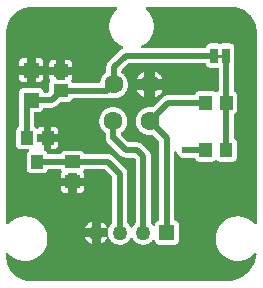
<source format=gtl>
G04 Layer: TopLayer*
G04 EasyEDA v6.1.49, Tue, 04 Jun 2019 06:49:07 GMT*
G04 9f8e81427d8b462fa1083d36fee6df15,195b170a8e6c43a181dcefc3e1346bee,10*
G04 Gerber Generator version 0.2*
G04 Scale: 100 percent, Rotated: No, Reflected: No *
G04 Dimensions in millimeters *
G04 leading zeros omitted , absolute positions ,3 integer and 3 decimal *
%FSLAX33Y33*%
%MOMM*%
G90*
G71D02*

%ADD10C,0.254000*%
%ADD11C,0.509999*%
%ADD12C,0.508000*%
%ADD13C,0.619760*%
%ADD17R,1.016000X1.143000*%
%ADD18R,0.635000X1.270000*%
%ADD19C,1.600200*%
%ADD20C,1.270000*%

%LPD*%
G36*
G01X9707Y23604D02*
G01X2502Y23604D01*
G01X2437Y23603D01*
G01X2371Y23600D01*
G01X2306Y23595D01*
G01X2241Y23587D01*
G01X2176Y23578D01*
G01X2111Y23567D01*
G01X2047Y23554D01*
G01X1983Y23539D01*
G01X1920Y23521D01*
G01X1857Y23502D01*
G01X1795Y23481D01*
G01X1733Y23458D01*
G01X1673Y23433D01*
G01X1613Y23407D01*
G01X1554Y23378D01*
G01X1496Y23347D01*
G01X1439Y23315D01*
G01X1383Y23281D01*
G01X1328Y23245D01*
G01X1274Y23208D01*
G01X1221Y23169D01*
G01X1170Y23128D01*
G01X1120Y23086D01*
G01X1071Y23042D01*
G01X1024Y22997D01*
G01X978Y22950D01*
G01X933Y22902D01*
G01X890Y22852D01*
G01X849Y22801D01*
G01X809Y22749D01*
G01X771Y22696D01*
G01X735Y22641D01*
G01X700Y22585D01*
G01X667Y22529D01*
G01X636Y22471D01*
G01X607Y22412D01*
G01X579Y22353D01*
G01X553Y22293D01*
G01X530Y22231D01*
G01X508Y22170D01*
G01X488Y22107D01*
G01X470Y22044D01*
G01X454Y21980D01*
G01X440Y21916D01*
G01X428Y21852D01*
G01X418Y21787D01*
G01X410Y21722D01*
G01X404Y21657D01*
G01X400Y21591D01*
G01X398Y21526D01*
G01X398Y21524D01*
G01X399Y21519D01*
G01X399Y21500D01*
G01X398Y5296D01*
G01X399Y5282D01*
G01X403Y5268D01*
G01X408Y5254D01*
G01X415Y5241D01*
G01X423Y5230D01*
G01X433Y5219D01*
G01X445Y5211D01*
G01X458Y5204D01*
G01X471Y5199D01*
G01X486Y5196D01*
G01X500Y5195D01*
G01X514Y5196D01*
G01X529Y5199D01*
G01X542Y5204D01*
G01X555Y5211D01*
G01X567Y5220D01*
G01X577Y5230D01*
G01X618Y5276D01*
G01X661Y5321D01*
G01X706Y5365D01*
G01X752Y5407D01*
G01X799Y5448D01*
G01X847Y5487D01*
G01X897Y5524D01*
G01X948Y5560D01*
G01X1000Y5594D01*
G01X1053Y5626D01*
G01X1108Y5657D01*
G01X1163Y5685D01*
G01X1219Y5712D01*
G01X1276Y5737D01*
G01X1334Y5760D01*
G01X1392Y5782D01*
G01X1452Y5801D01*
G01X1511Y5818D01*
G01X1572Y5833D01*
G01X1632Y5847D01*
G01X1694Y5858D01*
G01X1755Y5867D01*
G01X1817Y5874D01*
G01X1879Y5879D01*
G01X1941Y5883D01*
G01X2004Y5884D01*
G01X2066Y5882D01*
G01X2129Y5879D01*
G01X2192Y5874D01*
G01X2255Y5867D01*
G01X2317Y5857D01*
G01X2379Y5846D01*
G01X2440Y5832D01*
G01X2501Y5817D01*
G01X2562Y5799D01*
G01X2621Y5779D01*
G01X2681Y5758D01*
G01X2739Y5734D01*
G01X2796Y5709D01*
G01X2853Y5681D01*
G01X2909Y5652D01*
G01X2963Y5621D01*
G01X3017Y5588D01*
G01X3070Y5553D01*
G01X3121Y5516D01*
G01X3171Y5478D01*
G01X3220Y5438D01*
G01X3267Y5397D01*
G01X3313Y5354D01*
G01X3357Y5309D01*
G01X3400Y5263D01*
G01X3442Y5216D01*
G01X3482Y5167D01*
G01X3520Y5117D01*
G01X3556Y5066D01*
G01X3591Y5013D01*
G01X3624Y4960D01*
G01X3655Y4905D01*
G01X3685Y4849D01*
G01X3712Y4793D01*
G01X3738Y4735D01*
G01X3761Y4677D01*
G01X3783Y4618D01*
G01X3803Y4558D01*
G01X3820Y4498D01*
G01X3836Y4437D01*
G01X3849Y4375D01*
G01X3861Y4313D01*
G01X3870Y4251D01*
G01X3878Y4189D01*
G01X3883Y4126D01*
G01X3886Y4063D01*
G01X3887Y4000D01*
G01X3886Y3937D01*
G01X3883Y3874D01*
G01X3878Y3811D01*
G01X3870Y3749D01*
G01X3861Y3687D01*
G01X3849Y3625D01*
G01X3836Y3563D01*
G01X3820Y3502D01*
G01X3803Y3442D01*
G01X3783Y3382D01*
G01X3761Y3323D01*
G01X3738Y3265D01*
G01X3712Y3207D01*
G01X3685Y3151D01*
G01X3655Y3095D01*
G01X3624Y3040D01*
G01X3591Y2987D01*
G01X3556Y2934D01*
G01X3520Y2883D01*
G01X3482Y2833D01*
G01X3442Y2784D01*
G01X3400Y2737D01*
G01X3357Y2691D01*
G01X3313Y2646D01*
G01X3267Y2603D01*
G01X3220Y2562D01*
G01X3171Y2522D01*
G01X3121Y2484D01*
G01X3070Y2447D01*
G01X3017Y2412D01*
G01X2963Y2379D01*
G01X2909Y2348D01*
G01X2853Y2319D01*
G01X2796Y2291D01*
G01X2739Y2266D01*
G01X2681Y2242D01*
G01X2621Y2221D01*
G01X2562Y2201D01*
G01X2501Y2183D01*
G01X2440Y2168D01*
G01X2379Y2154D01*
G01X2317Y2143D01*
G01X2255Y2133D01*
G01X2192Y2126D01*
G01X2129Y2121D01*
G01X2066Y2118D01*
G01X2004Y2116D01*
G01X1941Y2117D01*
G01X1879Y2121D01*
G01X1817Y2126D01*
G01X1755Y2133D01*
G01X1694Y2142D01*
G01X1632Y2153D01*
G01X1572Y2167D01*
G01X1511Y2182D01*
G01X1451Y2199D01*
G01X1392Y2218D01*
G01X1334Y2240D01*
G01X1276Y2263D01*
G01X1219Y2288D01*
G01X1163Y2315D01*
G01X1107Y2343D01*
G01X1053Y2374D01*
G01X1000Y2406D01*
G01X948Y2440D01*
G01X897Y2476D01*
G01X847Y2513D01*
G01X799Y2552D01*
G01X751Y2593D01*
G01X706Y2635D01*
G01X661Y2679D01*
G01X618Y2724D01*
G01X577Y2770D01*
G01X567Y2781D01*
G01X555Y2789D01*
G01X542Y2796D01*
G01X529Y2801D01*
G01X514Y2805D01*
G01X500Y2806D01*
G01X485Y2805D01*
G01X471Y2801D01*
G01X458Y2796D01*
G01X445Y2789D01*
G01X433Y2781D01*
G01X423Y2770D01*
G01X414Y2759D01*
G01X407Y2746D01*
G01X402Y2733D01*
G01X399Y2718D01*
G01X398Y2704D01*
G01X398Y2499D01*
G01X397Y2463D01*
G01X396Y2454D01*
G01X396Y2452D01*
G01X399Y2385D01*
G01X404Y2319D01*
G01X410Y2253D01*
G01X419Y2187D01*
G01X430Y2121D01*
G01X443Y2056D01*
G01X458Y1992D01*
G01X475Y1927D01*
G01X494Y1864D01*
G01X515Y1801D01*
G01X538Y1738D01*
G01X563Y1677D01*
G01X590Y1616D01*
G01X619Y1556D01*
G01X650Y1497D01*
G01X683Y1439D01*
G01X717Y1382D01*
G01X753Y1327D01*
G01X791Y1272D01*
G01X831Y1219D01*
G01X872Y1167D01*
G01X915Y1116D01*
G01X959Y1066D01*
G01X1005Y1019D01*
G01X1053Y972D01*
G01X1102Y927D01*
G01X1152Y884D01*
G01X1204Y842D01*
G01X1257Y802D01*
G01X1311Y764D01*
G01X1367Y727D01*
G01X1423Y692D01*
G01X1481Y659D01*
G01X1540Y628D01*
G01X1599Y598D01*
G01X1660Y571D01*
G01X1721Y545D01*
G01X1783Y522D01*
G01X1846Y500D01*
G01X1909Y480D01*
G01X1974Y463D01*
G01X2038Y447D01*
G01X2103Y433D01*
G01X2169Y422D01*
G01X2234Y413D01*
G01X2301Y405D01*
G01X2367Y400D01*
G01X2433Y397D01*
G01X2500Y396D01*
G01X19025Y396D01*
G01X19098Y397D01*
G01X19171Y401D01*
G01X19244Y407D01*
G01X19317Y414D01*
G01X19390Y424D01*
G01X19462Y436D01*
G01X19534Y450D01*
G01X19606Y466D01*
G01X19677Y484D01*
G01X19748Y504D01*
G01X19818Y526D01*
G01X19887Y549D01*
G01X19956Y575D01*
G01X20024Y603D01*
G01X20091Y633D01*
G01X20157Y664D01*
G01X20223Y697D01*
G01X20287Y733D01*
G01X20350Y770D01*
G01X20413Y808D01*
G01X20474Y849D01*
G01X20534Y891D01*
G01X20593Y935D01*
G01X20650Y981D01*
G01X20707Y1028D01*
G01X20761Y1076D01*
G01X20815Y1127D01*
G01X20867Y1178D01*
G01X20918Y1231D01*
G01X20967Y1286D01*
G01X21014Y1342D01*
G01X21060Y1399D01*
G01X21104Y1458D01*
G01X21147Y1517D01*
G01X21188Y1578D01*
G01X21227Y1640D01*
G01X21264Y1704D01*
G01X21300Y1768D01*
G01X21334Y1833D01*
G01X21366Y1899D01*
G01X21396Y1966D01*
G01X21424Y2034D01*
G01X21450Y2102D01*
G01X21475Y2171D01*
G01X21497Y2241D01*
G01X21517Y2312D01*
G01X21536Y2383D01*
G01X21552Y2454D01*
G01X21566Y2526D01*
G01X21579Y2599D01*
G01X21589Y2671D01*
G01X21590Y2684D01*
G01X21589Y2698D01*
G01X21586Y2713D01*
G01X21581Y2726D01*
G01X21574Y2739D01*
G01X21565Y2751D01*
G01X21555Y2761D01*
G01X21543Y2769D01*
G01X21530Y2776D01*
G01X21517Y2781D01*
G01X21503Y2785D01*
G01X21488Y2786D01*
G01X21471Y2784D01*
G01X21455Y2780D01*
G01X21439Y2773D01*
G01X21425Y2763D01*
G01X21412Y2751D01*
G01X21369Y2704D01*
G01X21325Y2659D01*
G01X21278Y2615D01*
G01X21231Y2572D01*
G01X21182Y2532D01*
G01X21131Y2493D01*
G01X21080Y2455D01*
G01X21027Y2420D01*
G01X20973Y2386D01*
G01X20918Y2354D01*
G01X20861Y2324D01*
G01X20804Y2296D01*
G01X20746Y2270D01*
G01X20687Y2245D01*
G01X20627Y2223D01*
G01X20567Y2203D01*
G01X20506Y2185D01*
G01X20444Y2169D01*
G01X20382Y2155D01*
G01X20319Y2143D01*
G01X20256Y2134D01*
G01X20193Y2126D01*
G01X20129Y2121D01*
G01X20066Y2118D01*
G01X20002Y2116D01*
G01X19939Y2118D01*
G01X19876Y2121D01*
G01X19813Y2126D01*
G01X19751Y2133D01*
G01X19689Y2143D01*
G01X19627Y2154D01*
G01X19565Y2168D01*
G01X19504Y2183D01*
G01X19444Y2201D01*
G01X19384Y2221D01*
G01X19325Y2242D01*
G01X19267Y2266D01*
G01X19209Y2291D01*
G01X19153Y2319D01*
G01X19097Y2348D01*
G01X19042Y2379D01*
G01X18989Y2412D01*
G01X18936Y2447D01*
G01X18885Y2484D01*
G01X18835Y2522D01*
G01X18786Y2562D01*
G01X18739Y2603D01*
G01X18693Y2646D01*
G01X18648Y2691D01*
G01X18605Y2737D01*
G01X18564Y2784D01*
G01X18524Y2833D01*
G01X18486Y2883D01*
G01X18449Y2934D01*
G01X18414Y2987D01*
G01X18381Y3040D01*
G01X18350Y3095D01*
G01X18321Y3151D01*
G01X18293Y3207D01*
G01X18268Y3265D01*
G01X18244Y3323D01*
G01X18223Y3382D01*
G01X18203Y3442D01*
G01X18185Y3502D01*
G01X18170Y3563D01*
G01X18156Y3625D01*
G01X18145Y3687D01*
G01X18135Y3749D01*
G01X18128Y3811D01*
G01X18123Y3874D01*
G01X18120Y3937D01*
G01X18118Y4000D01*
G01X18120Y4063D01*
G01X18123Y4126D01*
G01X18128Y4189D01*
G01X18135Y4251D01*
G01X18145Y4313D01*
G01X18156Y4375D01*
G01X18170Y4437D01*
G01X18185Y4498D01*
G01X18203Y4558D01*
G01X18223Y4618D01*
G01X18244Y4677D01*
G01X18268Y4735D01*
G01X18293Y4793D01*
G01X18321Y4849D01*
G01X18350Y4905D01*
G01X18381Y4960D01*
G01X18414Y5013D01*
G01X18449Y5066D01*
G01X18486Y5117D01*
G01X18524Y5167D01*
G01X18564Y5216D01*
G01X18605Y5263D01*
G01X18648Y5309D01*
G01X18693Y5354D01*
G01X18739Y5397D01*
G01X18786Y5438D01*
G01X18835Y5478D01*
G01X18885Y5516D01*
G01X18936Y5553D01*
G01X18989Y5588D01*
G01X19042Y5621D01*
G01X19097Y5652D01*
G01X19153Y5681D01*
G01X19209Y5709D01*
G01X19267Y5734D01*
G01X19325Y5758D01*
G01X19384Y5779D01*
G01X19444Y5799D01*
G01X19504Y5817D01*
G01X19565Y5832D01*
G01X19627Y5846D01*
G01X19689Y5857D01*
G01X19751Y5867D01*
G01X19813Y5874D01*
G01X19876Y5879D01*
G01X19939Y5882D01*
G01X20002Y5884D01*
G01X20064Y5883D01*
G01X20126Y5879D01*
G01X20188Y5874D01*
G01X20250Y5867D01*
G01X20312Y5858D01*
G01X20373Y5847D01*
G01X20434Y5833D01*
G01X20494Y5818D01*
G01X20554Y5801D01*
G01X20613Y5782D01*
G01X20672Y5760D01*
G01X20730Y5737D01*
G01X20787Y5712D01*
G01X20843Y5685D01*
G01X20898Y5657D01*
G01X20952Y5626D01*
G01X21006Y5594D01*
G01X21058Y5560D01*
G01X21109Y5524D01*
G01X21158Y5487D01*
G01X21207Y5448D01*
G01X21254Y5407D01*
G01X21300Y5365D01*
G01X21344Y5321D01*
G01X21387Y5276D01*
G01X21429Y5230D01*
G01X21439Y5220D01*
G01X21451Y5211D01*
G01X21463Y5204D01*
G01X21477Y5199D01*
G01X21491Y5196D01*
G01X21506Y5195D01*
G01X21520Y5196D01*
G01X21534Y5199D01*
G01X21548Y5204D01*
G01X21561Y5211D01*
G01X21572Y5219D01*
G01X21582Y5230D01*
G01X21591Y5241D01*
G01X21598Y5254D01*
G01X21603Y5268D01*
G01X21606Y5282D01*
G01X21607Y5296D01*
G01X21607Y21459D01*
G01X21606Y21467D01*
G01X21605Y21501D01*
G01X21604Y21567D01*
G01X21601Y21633D01*
G01X21595Y21698D01*
G01X21588Y21764D01*
G01X21579Y21830D01*
G01X21567Y21895D01*
G01X21554Y21959D01*
G01X21539Y22024D01*
G01X21521Y22087D01*
G01X21502Y22150D01*
G01X21480Y22213D01*
G01X21457Y22275D01*
G01X21432Y22336D01*
G01X21404Y22396D01*
G01X21375Y22455D01*
G01X21344Y22514D01*
G01X21312Y22571D01*
G01X21277Y22627D01*
G01X21241Y22683D01*
G01X21203Y22737D01*
G01X21163Y22789D01*
G01X21122Y22841D01*
G01X21079Y22891D01*
G01X21035Y22940D01*
G01X20989Y22988D01*
G01X20941Y23034D01*
G01X20892Y23078D01*
G01X20842Y23121D01*
G01X20791Y23162D01*
G01X20738Y23202D01*
G01X20684Y23240D01*
G01X20628Y23276D01*
G01X20572Y23311D01*
G01X20515Y23343D01*
G01X20456Y23374D01*
G01X20397Y23403D01*
G01X20337Y23431D01*
G01X20276Y23456D01*
G01X20214Y23479D01*
G01X20151Y23501D01*
G01X20088Y23520D01*
G01X20025Y23538D01*
G01X19960Y23553D01*
G01X19896Y23566D01*
G01X19831Y23578D01*
G01X19765Y23587D01*
G01X19700Y23594D01*
G01X19634Y23600D01*
G01X19568Y23603D01*
G01X19502Y23604D01*
G01X12299Y23604D01*
G01X12284Y23603D01*
G01X12270Y23600D01*
G01X12257Y23595D01*
G01X12244Y23588D01*
G01X12232Y23579D01*
G01X12222Y23569D01*
G01X12213Y23557D01*
G01X12206Y23544D01*
G01X12201Y23531D01*
G01X12198Y23517D01*
G01X12197Y23502D01*
G01X12198Y23488D01*
G01X12201Y23473D01*
G01X12206Y23460D01*
G01X12213Y23447D01*
G01X12222Y23435D01*
G01X12232Y23425D01*
G01X12279Y23384D01*
G01X12324Y23341D01*
G01X12368Y23296D01*
G01X12410Y23251D01*
G01X12450Y23203D01*
G01X12489Y23155D01*
G01X12527Y23105D01*
G01X12563Y23054D01*
G01X12597Y23002D01*
G01X12629Y22949D01*
G01X12659Y22895D01*
G01X12688Y22839D01*
G01X12715Y22783D01*
G01X12740Y22726D01*
G01X12763Y22668D01*
G01X12784Y22610D01*
G01X12804Y22551D01*
G01X12821Y22491D01*
G01X12836Y22430D01*
G01X12849Y22370D01*
G01X12861Y22308D01*
G01X12870Y22247D01*
G01X12877Y22185D01*
G01X12882Y22123D01*
G01X12885Y22061D01*
G01X12886Y21998D01*
G01X12885Y21936D01*
G01X12882Y21874D01*
G01X12877Y21812D01*
G01X12870Y21750D01*
G01X12861Y21689D01*
G01X12849Y21628D01*
G01X12836Y21567D01*
G01X12821Y21507D01*
G01X12804Y21447D01*
G01X12785Y21388D01*
G01X12763Y21329D01*
G01X12740Y21272D01*
G01X12715Y21215D01*
G01X12689Y21158D01*
G01X12660Y21103D01*
G01X12630Y21049D01*
G01X12597Y20996D01*
G01X12563Y20944D01*
G01X12528Y20893D01*
G01X12490Y20843D01*
G01X12451Y20795D01*
G01X12411Y20747D01*
G01X12369Y20702D01*
G01X12325Y20657D01*
G01X12280Y20614D01*
G01X12234Y20573D01*
G01X12186Y20533D01*
G01X12137Y20495D01*
G01X12087Y20458D01*
G01X12035Y20423D01*
G01X11983Y20390D01*
G01X11929Y20358D01*
G01X11875Y20329D01*
G01X11861Y20320D01*
G01X11849Y20310D01*
G01X11839Y20298D01*
G01X11831Y20284D01*
G01X11825Y20270D01*
G01X11821Y20254D01*
G01X11820Y20239D01*
G01X11821Y20224D01*
G01X11824Y20210D01*
G01X11829Y20197D01*
G01X11836Y20184D01*
G01X11845Y20172D01*
G01X11855Y20162D01*
G01X11867Y20153D01*
G01X11879Y20146D01*
G01X11893Y20141D01*
G01X11907Y20138D01*
G01X11922Y20137D01*
G01X17206Y20137D01*
G01X17221Y20138D01*
G01X17236Y20142D01*
G01X17250Y20147D01*
G01X17263Y20155D01*
G01X17275Y20164D01*
G01X17285Y20176D01*
G01X17294Y20188D01*
G01X17300Y20202D01*
G01X17305Y20217D01*
G01X17312Y20245D01*
G01X17322Y20272D01*
G01X17333Y20298D01*
G01X17346Y20324D01*
G01X17362Y20348D01*
G01X17379Y20371D01*
G01X17397Y20393D01*
G01X17418Y20414D01*
G01X17439Y20433D01*
G01X17462Y20450D01*
G01X17487Y20465D01*
G01X17512Y20479D01*
G01X17539Y20490D01*
G01X17566Y20500D01*
G01X17594Y20507D01*
G01X17622Y20513D01*
G01X17651Y20516D01*
G01X17679Y20517D01*
G01X18314Y20517D01*
G01X18345Y20516D01*
G01X18376Y20512D01*
G01X18406Y20506D01*
G01X18436Y20497D01*
G01X18465Y20486D01*
G01X18484Y20480D01*
G01X18505Y20478D01*
G01X18525Y20480D01*
G01X18545Y20486D01*
G01X18574Y20497D01*
G01X18603Y20506D01*
G01X18634Y20512D01*
G01X18664Y20516D01*
G01X18695Y20517D01*
G01X19330Y20517D01*
G01X19359Y20516D01*
G01X19387Y20513D01*
G01X19416Y20507D01*
G01X19443Y20500D01*
G01X19470Y20490D01*
G01X19497Y20479D01*
G01X19522Y20466D01*
G01X19546Y20450D01*
G01X19569Y20433D01*
G01X19591Y20415D01*
G01X19611Y20394D01*
G01X19630Y20373D01*
G01X19647Y20350D01*
G01X19662Y20325D01*
G01X19676Y20300D01*
G01X19687Y20274D01*
G01X19697Y20246D01*
G01X19704Y20219D01*
G01X19710Y20191D01*
G01X19713Y20162D01*
G01X19714Y20133D01*
G01X19714Y18863D01*
G01X19713Y18835D01*
G01X19710Y18807D01*
G01X19705Y18780D01*
G01X19697Y18752D01*
G01X19688Y18726D01*
G01X19677Y18700D01*
G01X19664Y18675D01*
G01X19657Y18659D01*
G01X19653Y18642D01*
G01X19651Y18625D01*
G01X19651Y16540D01*
G01X19652Y16525D01*
G01X19655Y16511D01*
G01X19660Y16498D01*
G01X19667Y16485D01*
G01X19676Y16473D01*
G01X19686Y16463D01*
G01X19698Y16454D01*
G01X19711Y16447D01*
G01X19737Y16434D01*
G01X19762Y16419D01*
G01X19786Y16402D01*
G01X19809Y16384D01*
G01X19830Y16363D01*
G01X19849Y16341D01*
G01X19867Y16318D01*
G01X19882Y16293D01*
G01X19896Y16268D01*
G01X19908Y16241D01*
G01X19918Y16213D01*
G01X19926Y16185D01*
G01X19931Y16156D01*
G01X19935Y16127D01*
G01X19936Y16098D01*
G01X19936Y14899D01*
G01X19935Y14871D01*
G01X19932Y14843D01*
G01X19927Y14816D01*
G01X19920Y14788D01*
G01X19911Y14762D01*
G01X19900Y14736D01*
G01X19887Y14711D01*
G01X19872Y14687D01*
G01X19856Y14664D01*
G01X19838Y14643D01*
G01X19818Y14623D01*
G01X19797Y14604D01*
G01X19775Y14587D01*
G01X19751Y14571D01*
G01X19727Y14558D01*
G01X19701Y14546D01*
G01X19688Y14539D01*
G01X19676Y14530D01*
G01X19665Y14520D01*
G01X19656Y14508D01*
G01X19649Y14495D01*
G01X19644Y14481D01*
G01X19640Y14467D01*
G01X19639Y14452D01*
G01X19639Y12549D01*
G01X19640Y12534D01*
G01X19644Y12519D01*
G01X19649Y12506D01*
G01X19656Y12493D01*
G01X19665Y12481D01*
G01X19676Y12471D01*
G01X19688Y12462D01*
G01X19701Y12455D01*
G01X19726Y12443D01*
G01X19750Y12429D01*
G01X19774Y12414D01*
G01X19796Y12397D01*
G01X19817Y12378D01*
G01X19836Y12358D01*
G01X19854Y12337D01*
G01X19870Y12314D01*
G01X19885Y12290D01*
G01X19897Y12265D01*
G01X19908Y12239D01*
G01X19917Y12213D01*
G01X19924Y12186D01*
G01X19929Y12158D01*
G01X19932Y12131D01*
G01X19933Y12103D01*
G01X19933Y10904D01*
G01X19932Y10875D01*
G01X19929Y10847D01*
G01X19924Y10818D01*
G01X19916Y10791D01*
G01X19907Y10764D01*
G01X19895Y10737D01*
G01X19882Y10712D01*
G01X19867Y10688D01*
G01X19850Y10665D01*
G01X19831Y10643D01*
G01X19811Y10623D01*
G01X19789Y10604D01*
G01X19766Y10587D01*
G01X19742Y10572D01*
G01X19716Y10558D01*
G01X19690Y10547D01*
G01X19663Y10537D01*
G01X19635Y10530D01*
G01X19607Y10524D01*
G01X19579Y10521D01*
G01X19550Y10520D01*
G01X18450Y10520D01*
G01X18422Y10521D01*
G01X18394Y10524D01*
G01X18366Y10530D01*
G01X18338Y10537D01*
G01X18311Y10546D01*
G01X18285Y10557D01*
G01X18260Y10570D01*
G01X18236Y10585D01*
G01X18213Y10602D01*
G01X18199Y10611D01*
G01X18184Y10618D01*
G01X18167Y10622D01*
G01X18150Y10624D01*
G01X18134Y10622D01*
G01X18117Y10618D01*
G01X18102Y10611D01*
G01X18088Y10602D01*
G01X18065Y10585D01*
G01X18041Y10570D01*
G01X18015Y10557D01*
G01X17989Y10546D01*
G01X17962Y10537D01*
G01X17935Y10530D01*
G01X17907Y10524D01*
G01X17879Y10521D01*
G01X17851Y10520D01*
G01X16751Y10520D01*
G01X16722Y10521D01*
G01X16694Y10524D01*
G01X16666Y10530D01*
G01X16638Y10537D01*
G01X16611Y10547D01*
G01X16585Y10558D01*
G01X16560Y10571D01*
G01X16535Y10586D01*
G01X16512Y10603D01*
G01X16491Y10622D01*
G01X16470Y10642D01*
G01X16452Y10664D01*
G01X16435Y10687D01*
G01X16419Y10711D01*
G01X16406Y10736D01*
G01X16394Y10762D01*
G01X16385Y10789D01*
G01X16379Y10804D01*
G01X16370Y10818D01*
G01X16360Y10830D01*
G01X16348Y10841D01*
G01X16334Y10849D01*
G01X16319Y10855D01*
G01X16304Y10859D01*
G01X16288Y10861D01*
G01X15790Y10861D01*
G01X15771Y10859D01*
G01X15753Y10854D01*
G01X15713Y10840D01*
G01X15672Y10828D01*
G01X15631Y10819D01*
G01X15589Y10812D01*
G01X15546Y10809D01*
G01X15504Y10807D01*
G01X15465Y10808D01*
G01X15426Y10812D01*
G01X15387Y10817D01*
G01X15349Y10825D01*
G01X15311Y10834D01*
G01X15274Y10846D01*
G01X15238Y10860D01*
G01X15202Y10876D01*
G01X15168Y10894D01*
G01X15134Y10914D01*
G01X15102Y10936D01*
G01X15071Y10959D01*
G01X15041Y10984D01*
G01X15013Y11011D01*
G01X14986Y11039D01*
G01X14961Y11069D01*
G01X14937Y11100D01*
G01X14916Y11133D01*
G01X14896Y11167D01*
G01X14878Y11201D01*
G01X14862Y11237D01*
G01X14849Y11273D01*
G01X14837Y11310D01*
G01X14832Y11324D01*
G01X14825Y11337D01*
G01X14816Y11349D01*
G01X14806Y11359D01*
G01X14794Y11368D01*
G01X14782Y11375D01*
G01X14768Y11380D01*
G01X14754Y11383D01*
G01X14739Y11384D01*
G01X14725Y11383D01*
G01X14710Y11380D01*
G01X14697Y11375D01*
G01X14684Y11368D01*
G01X14673Y11359D01*
G01X14662Y11349D01*
G01X14654Y11338D01*
G01X14647Y11325D01*
G01X14642Y11311D01*
G01X14639Y11297D01*
G01X14638Y11283D01*
G01X14638Y5609D01*
G01X14639Y5594D01*
G01X14642Y5579D01*
G01X14648Y5565D01*
G01X14655Y5551D01*
G01X14665Y5539D01*
G01X14676Y5529D01*
G01X14689Y5521D01*
G01X14703Y5514D01*
G01X14745Y5502D01*
G01X14773Y5493D01*
G01X14799Y5482D01*
G01X14825Y5468D01*
G01X14849Y5453D01*
G01X14872Y5436D01*
G01X14894Y5417D01*
G01X14915Y5397D01*
G01X14934Y5375D01*
G01X14951Y5352D01*
G01X14967Y5328D01*
G01X14980Y5302D01*
G01X14992Y5276D01*
G01X15001Y5249D01*
G01X15009Y5221D01*
G01X15014Y5193D01*
G01X15017Y5164D01*
G01X15019Y5135D01*
G01X15019Y3865D01*
G01X15017Y3836D01*
G01X15014Y3808D01*
G01X15009Y3780D01*
G01X15001Y3752D01*
G01X14992Y3725D01*
G01X14981Y3699D01*
G01X14967Y3673D01*
G01X14952Y3649D01*
G01X14935Y3626D01*
G01X14916Y3604D01*
G01X14896Y3584D01*
G01X14874Y3565D01*
G01X14851Y3548D01*
G01X14827Y3533D01*
G01X14801Y3519D01*
G01X14775Y3508D01*
G01X14748Y3498D01*
G01X14720Y3491D01*
G01X14692Y3486D01*
G01X14664Y3483D01*
G01X14635Y3481D01*
G01X13365Y3481D01*
G01X13337Y3483D01*
G01X13309Y3486D01*
G01X13281Y3491D01*
G01X13254Y3498D01*
G01X13227Y3507D01*
G01X13201Y3518D01*
G01X13176Y3531D01*
G01X13152Y3546D01*
G01X13129Y3563D01*
G01X13107Y3581D01*
G01X13087Y3601D01*
G01X13068Y3622D01*
G01X13051Y3644D01*
G01X13036Y3668D01*
G01X13022Y3693D01*
G01X13010Y3719D01*
G01X13001Y3745D01*
G01X12993Y3772D01*
G01X12987Y3800D01*
G01X12983Y3828D01*
G01X12981Y3843D01*
G01X12976Y3857D01*
G01X12969Y3870D01*
G01X12961Y3882D01*
G01X12950Y3893D01*
G01X12939Y3903D01*
G01X12926Y3910D01*
G01X12912Y3915D01*
G01X12897Y3919D01*
G01X12882Y3920D01*
G01X12867Y3918D01*
G01X12852Y3915D01*
G01X12837Y3909D01*
G01X12824Y3901D01*
G01X12812Y3891D01*
G01X12802Y3880D01*
G01X12772Y3844D01*
G01X12741Y3809D01*
G01X12709Y3775D01*
G01X12675Y3743D01*
G01X12640Y3713D01*
G01X12603Y3684D01*
G01X12565Y3657D01*
G01X12526Y3631D01*
G01X12485Y3608D01*
G01X12444Y3586D01*
G01X12402Y3567D01*
G01X12358Y3549D01*
G01X12314Y3533D01*
G01X12270Y3520D01*
G01X12225Y3508D01*
G01X12179Y3498D01*
G01X12133Y3491D01*
G01X12087Y3486D01*
G01X12040Y3482D01*
G01X11993Y3481D01*
G01X11947Y3482D01*
G01X11901Y3485D01*
G01X11856Y3491D01*
G01X11810Y3498D01*
G01X11765Y3507D01*
G01X11720Y3519D01*
G01X11676Y3532D01*
G01X11633Y3547D01*
G01X11590Y3565D01*
G01X11548Y3584D01*
G01X11507Y3605D01*
G01X11467Y3628D01*
G01X11429Y3652D01*
G01X11391Y3679D01*
G01X11354Y3707D01*
G01X11319Y3736D01*
G01X11285Y3768D01*
G01X11253Y3800D01*
G01X11222Y3835D01*
G01X11193Y3870D01*
G01X11165Y3907D01*
G01X11139Y3945D01*
G01X11115Y3984D01*
G01X11093Y4024D01*
G01X11084Y4038D01*
G01X11074Y4050D01*
G01X11062Y4060D01*
G01X11048Y4068D01*
G01X11034Y4074D01*
G01X11018Y4077D01*
G01X11003Y4079D01*
G01X10987Y4077D01*
G01X10972Y4074D01*
G01X10957Y4068D01*
G01X10944Y4060D01*
G01X10932Y4050D01*
G01X10921Y4038D01*
G01X10913Y4024D01*
G01X10891Y3984D01*
G01X10866Y3945D01*
G01X10840Y3907D01*
G01X10813Y3870D01*
G01X10753Y3800D01*
G01X10720Y3768D01*
G01X10686Y3736D01*
G01X10651Y3707D01*
G01X10615Y3679D01*
G01X10577Y3652D01*
G01X10538Y3628D01*
G01X10498Y3605D01*
G01X10457Y3584D01*
G01X10415Y3565D01*
G01X10373Y3547D01*
G01X10329Y3532D01*
G01X10285Y3519D01*
G01X10240Y3507D01*
G01X10195Y3498D01*
G01X10150Y3491D01*
G01X10104Y3485D01*
G01X10058Y3482D01*
G01X10012Y3481D01*
G01X9965Y3482D01*
G01X9918Y3486D01*
G01X9871Y3491D01*
G01X9825Y3499D01*
G01X9779Y3508D01*
G01X9733Y3520D01*
G01X9688Y3534D01*
G01X9644Y3550D01*
G01X9600Y3568D01*
G01X9558Y3588D01*
G01X9516Y3610D01*
G01X9475Y3634D01*
G01X9436Y3660D01*
G01X9398Y3687D01*
G01X9361Y3717D01*
G01X9325Y3748D01*
G01X9291Y3780D01*
G01X9259Y3814D01*
G01X9228Y3850D01*
G01X9199Y3887D01*
G01X9171Y3925D01*
G01X9146Y3965D01*
G01X9122Y4005D01*
G01X9100Y4047D01*
G01X9092Y4061D01*
G01X9081Y4073D01*
G01X9069Y4084D01*
G01X9055Y4092D01*
G01X9041Y4098D01*
G01X9025Y4102D01*
G01X9009Y4103D01*
G01X8993Y4102D01*
G01X8977Y4098D01*
G01X8962Y4092D01*
G01X8949Y4084D01*
G01X8937Y4073D01*
G01X8926Y4061D01*
G01X8918Y4047D01*
G01X8896Y4006D01*
G01X8873Y3966D01*
G01X8848Y3927D01*
G01X8821Y3890D01*
G01X8793Y3853D01*
G01X8762Y3818D01*
G01X8731Y3784D01*
G01X8697Y3752D01*
G01X8663Y3722D01*
G01X8627Y3693D01*
G01X8589Y3665D01*
G01X8551Y3640D01*
G01X8511Y3616D01*
G01X8471Y3594D01*
G01X8429Y3574D01*
G01X8387Y3555D01*
G01X8387Y4119D01*
G01X8927Y4119D01*
G01X8942Y4120D01*
G01X8956Y4123D01*
G01X8970Y4128D01*
G01X8982Y4135D01*
G01X8994Y4144D01*
G01X9004Y4154D01*
G01X9013Y4166D01*
G01X9020Y4178D01*
G01X9025Y4192D01*
G01X9028Y4206D01*
G01X9029Y4220D01*
G01X9026Y4246D01*
G01X9014Y4296D01*
G01X9005Y4346D01*
G01X8999Y4397D01*
G01X8995Y4449D01*
G01X8994Y4500D01*
G01X8995Y4551D01*
G01X8999Y4602D01*
G01X9005Y4653D01*
G01X9014Y4704D01*
G01X9026Y4754D01*
G01X9029Y4779D01*
G01X9028Y4794D01*
G01X9025Y4808D01*
G01X9020Y4821D01*
G01X9013Y4834D01*
G01X9004Y4846D01*
G01X8994Y4856D01*
G01X8982Y4865D01*
G01X8970Y4872D01*
G01X8956Y4877D01*
G01X8942Y4880D01*
G01X8927Y4881D01*
G01X8387Y4881D01*
G01X8387Y5444D01*
G01X8429Y5426D01*
G01X8471Y5406D01*
G01X8511Y5384D01*
G01X8551Y5360D01*
G01X8589Y5334D01*
G01X8627Y5307D01*
G01X8663Y5278D01*
G01X8697Y5247D01*
G01X8731Y5215D01*
G01X8762Y5182D01*
G01X8793Y5147D01*
G01X8821Y5110D01*
G01X8848Y5073D01*
G01X8873Y5034D01*
G01X8896Y4994D01*
G01X8918Y4953D01*
G01X8926Y4939D01*
G01X8937Y4927D01*
G01X8949Y4916D01*
G01X8962Y4908D01*
G01X8977Y4901D01*
G01X8993Y4898D01*
G01X9009Y4896D01*
G01X9025Y4898D01*
G01X9041Y4901D01*
G01X9055Y4908D01*
G01X9069Y4916D01*
G01X9081Y4927D01*
G01X9092Y4939D01*
G01X9100Y4953D01*
G01X9123Y4997D01*
G01X9148Y5039D01*
G01X9175Y5080D01*
G01X9204Y5120D01*
G01X9235Y5159D01*
G01X9268Y5196D01*
G01X9303Y5231D01*
G01X9339Y5264D01*
G01X9349Y5275D01*
G01X9358Y5286D01*
G01X9365Y5299D01*
G01X9370Y5312D01*
G01X9373Y5326D01*
G01X9374Y5341D01*
G01X9374Y9184D01*
G01X9372Y9200D01*
G01X9369Y9215D01*
G01X9363Y9230D01*
G01X9354Y9244D01*
G01X9344Y9256D01*
G01X8768Y9832D01*
G01X8756Y9842D01*
G01X8742Y9850D01*
G01X8728Y9856D01*
G01X8712Y9860D01*
G01X8696Y9861D01*
G01X7048Y9861D01*
G01X7033Y9860D01*
G01X7018Y9857D01*
G01X7005Y9852D01*
G01X6992Y9844D01*
G01X6980Y9835D01*
G01X6970Y9825D01*
G01X6961Y9813D01*
G01X6954Y9799D01*
G01X6940Y9769D01*
G01X6922Y9739D01*
G01X6903Y9712D01*
G01X6893Y9698D01*
G01X6886Y9682D01*
G01X6882Y9666D01*
G01X6881Y9649D01*
G01X6882Y9632D01*
G01X6886Y9616D01*
G01X6893Y9600D01*
G01X6903Y9586D01*
G01X6919Y9563D01*
G01X6934Y9539D01*
G01X6947Y9514D01*
G01X6959Y9488D01*
G01X6968Y9461D01*
G01X6975Y9434D01*
G01X6980Y9406D01*
G01X6983Y9378D01*
G01X6984Y9349D01*
G01X6985Y9138D01*
G01X6365Y9138D01*
G01X6365Y9464D01*
G01X6364Y9478D01*
G01X6361Y9492D01*
G01X6356Y9506D01*
G01X6349Y9518D01*
G01X6340Y9530D01*
G01X6330Y9540D01*
G01X6318Y9549D01*
G01X6305Y9556D01*
G01X6292Y9561D01*
G01X6278Y9564D01*
G01X6263Y9565D01*
G01X5740Y9565D01*
G01X5725Y9564D01*
G01X5711Y9561D01*
G01X5698Y9556D01*
G01X5685Y9549D01*
G01X5673Y9540D01*
G01X5663Y9530D01*
G01X5654Y9518D01*
G01X5647Y9506D01*
G01X5642Y9492D01*
G01X5639Y9478D01*
G01X5638Y9464D01*
G01X5638Y9138D01*
G01X5019Y9138D01*
G01X5019Y9349D01*
G01X5020Y9378D01*
G01X5023Y9406D01*
G01X5028Y9434D01*
G01X5035Y9461D01*
G01X5044Y9488D01*
G01X5056Y9514D01*
G01X5069Y9539D01*
G01X5084Y9563D01*
G01X5100Y9586D01*
G01X5110Y9600D01*
G01X5117Y9616D01*
G01X5121Y9632D01*
G01X5122Y9649D01*
G01X5121Y9666D01*
G01X5117Y9682D01*
G01X5110Y9698D01*
G01X5100Y9712D01*
G01X5081Y9739D01*
G01X5063Y9769D01*
G01X5049Y9799D01*
G01X5042Y9813D01*
G01X5033Y9825D01*
G01X5023Y9835D01*
G01X5011Y9844D01*
G01X4998Y9852D01*
G01X4985Y9857D01*
G01X4970Y9860D01*
G01X4955Y9861D01*
G01X3973Y9861D01*
G01X3957Y9860D01*
G01X3941Y9856D01*
G01X3927Y9850D01*
G01X3913Y9842D01*
G01X3901Y9832D01*
G01X3891Y9820D01*
G01X3882Y9806D01*
G01X3876Y9792D01*
G01X3866Y9765D01*
G01X3855Y9740D01*
G01X3841Y9715D01*
G01X3825Y9692D01*
G01X3808Y9669D01*
G01X3790Y9648D01*
G01X3748Y9610D01*
G01X3725Y9594D01*
G01X3701Y9579D01*
G01X3676Y9566D01*
G01X3650Y9555D01*
G01X3623Y9546D01*
G01X3596Y9539D01*
G01X3568Y9534D01*
G01X3540Y9531D01*
G01X3512Y9530D01*
G01X2496Y9530D01*
G01X2468Y9531D01*
G01X2439Y9534D01*
G01X2411Y9539D01*
G01X2383Y9547D01*
G01X2356Y9556D01*
G01X2330Y9568D01*
G01X2305Y9581D01*
G01X2280Y9596D01*
G01X2257Y9613D01*
G01X2235Y9632D01*
G01X2215Y9652D01*
G01X2196Y9674D01*
G01X2179Y9697D01*
G01X2164Y9721D01*
G01X2151Y9747D01*
G01X2139Y9773D01*
G01X2130Y9800D01*
G01X2122Y9828D01*
G01X2117Y9856D01*
G01X2114Y9884D01*
G01X2113Y9913D01*
G01X2113Y11056D01*
G01X2114Y11085D01*
G01X2117Y11114D01*
G01X2123Y11142D01*
G01X2130Y11170D01*
G01X2140Y11198D01*
G01X2152Y11224D01*
G01X2165Y11250D01*
G01X2181Y11274D01*
G01X2198Y11298D01*
G01X2217Y11319D01*
G01X2238Y11340D01*
G01X2260Y11358D01*
G01X2284Y11375D01*
G01X2297Y11386D01*
G01X2308Y11398D01*
G01X2317Y11412D01*
G01X2324Y11427D01*
G01X2328Y11443D01*
G01X2329Y11460D01*
G01X2328Y11474D01*
G01X2325Y11489D01*
G01X2320Y11502D01*
G01X2313Y11515D01*
G01X2304Y11527D01*
G01X2294Y11537D01*
G01X2282Y11545D01*
G01X2270Y11552D01*
G01X2256Y11557D01*
G01X2242Y11561D01*
G01X2228Y11562D01*
G01X1607Y11562D01*
G01X1579Y11563D01*
G01X1550Y11566D01*
G01X1522Y11571D01*
G01X1494Y11579D01*
G01X1467Y11588D01*
G01X1441Y11600D01*
G01X1416Y11613D01*
G01X1391Y11628D01*
G01X1368Y11645D01*
G01X1346Y11664D01*
G01X1326Y11684D01*
G01X1307Y11706D01*
G01X1290Y11729D01*
G01X1275Y11753D01*
G01X1262Y11779D01*
G01X1250Y11805D01*
G01X1241Y11832D01*
G01X1233Y11860D01*
G01X1228Y11888D01*
G01X1225Y11916D01*
G01X1224Y11945D01*
G01X1224Y13088D01*
G01X1225Y13118D01*
G01X1228Y13147D01*
G01X1234Y13176D01*
G01X1242Y13204D01*
G01X1252Y13232D01*
G01X1264Y13259D01*
G01X1278Y13284D01*
G01X1294Y13309D01*
G01X1312Y13332D01*
G01X1331Y13354D01*
G01X1352Y13375D01*
G01X1375Y13393D01*
G01X1399Y13410D01*
G01X1425Y13425D01*
G01X1438Y13434D01*
G01X1449Y13444D01*
G01X1459Y13456D01*
G01X1467Y13470D01*
G01X1473Y13484D01*
G01X1477Y13499D01*
G01X1478Y13515D01*
G01X1478Y15341D01*
G01X1479Y15387D01*
G01X1484Y15432D01*
G01X1485Y15447D01*
G01X1485Y16365D01*
G01X1486Y16393D01*
G01X1490Y16422D01*
G01X1495Y16450D01*
G01X1502Y16478D01*
G01X1512Y16505D01*
G01X1523Y16531D01*
G01X1537Y16556D01*
G01X1552Y16581D01*
G01X1569Y16604D01*
G01X1588Y16626D01*
G01X1608Y16646D01*
G01X1630Y16665D01*
G01X1653Y16682D01*
G01X1677Y16697D01*
G01X1703Y16710D01*
G01X1729Y16722D01*
G01X1756Y16731D01*
G01X1784Y16739D01*
G01X1812Y16744D01*
G01X1840Y16747D01*
G01X1869Y16748D01*
G01X3139Y16748D01*
G01X3168Y16747D01*
G01X3196Y16744D01*
G01X3225Y16739D01*
G01X3253Y16731D01*
G01X3280Y16721D01*
G01X3306Y16710D01*
G01X3332Y16696D01*
G01X3356Y16681D01*
G01X3379Y16664D01*
G01X3401Y16645D01*
G01X3421Y16624D01*
G01X3440Y16602D01*
G01X3457Y16579D01*
G01X3472Y16554D01*
G01X3486Y16529D01*
G01X3497Y16502D01*
G01X3506Y16475D01*
G01X3514Y16447D01*
G01X3518Y16432D01*
G01X3524Y16419D01*
G01X3533Y16406D01*
G01X3543Y16395D01*
G01X3555Y16385D01*
G01X3568Y16377D01*
G01X3583Y16372D01*
G01X3598Y16368D01*
G01X3613Y16367D01*
G01X3919Y16367D01*
G01X3933Y16368D01*
G01X3947Y16371D01*
G01X3961Y16376D01*
G01X3974Y16383D01*
G01X3985Y16392D01*
G01X3996Y16402D01*
G01X4004Y16414D01*
G01X4011Y16427D01*
G01X4016Y16440D01*
G01X4019Y16454D01*
G01X4020Y16469D01*
G01X4020Y17048D01*
G01X4021Y17076D01*
G01X4025Y17105D01*
G01X4030Y17132D01*
G01X4037Y17160D01*
G01X4046Y17187D01*
G01X4058Y17213D01*
G01X4071Y17238D01*
G01X4086Y17262D01*
G01X4102Y17285D01*
G01X4112Y17299D01*
G01X4118Y17314D01*
G01X4123Y17331D01*
G01X4124Y17348D01*
G01X4123Y17365D01*
G01X4118Y17381D01*
G01X4112Y17396D01*
G01X4102Y17410D01*
G01X4086Y17433D01*
G01X4071Y17458D01*
G01X4058Y17483D01*
G01X4046Y17509D01*
G01X4037Y17536D01*
G01X4030Y17563D01*
G01X4025Y17591D01*
G01X4021Y17619D01*
G01X4020Y17647D01*
G01X4020Y17859D01*
G01X4640Y17859D01*
G01X4640Y17533D01*
G01X4641Y17519D01*
G01X4644Y17504D01*
G01X4649Y17491D01*
G01X4656Y17478D01*
G01X4665Y17467D01*
G01X4675Y17456D01*
G01X4687Y17448D01*
G01X4699Y17441D01*
G01X4713Y17436D01*
G01X4727Y17433D01*
G01X4742Y17432D01*
G01X5265Y17432D01*
G01X5279Y17433D01*
G01X5294Y17436D01*
G01X5307Y17441D01*
G01X5320Y17448D01*
G01X5331Y17456D01*
G01X5342Y17467D01*
G01X5350Y17478D01*
G01X5357Y17491D01*
G01X5362Y17504D01*
G01X5365Y17519D01*
G01X5367Y17533D01*
G01X5367Y17859D01*
G01X5986Y17859D01*
G01X5986Y17647D01*
G01X5985Y17619D01*
G01X5982Y17591D01*
G01X5977Y17563D01*
G01X5970Y17536D01*
G01X5960Y17509D01*
G01X5949Y17483D01*
G01X5936Y17458D01*
G01X5921Y17433D01*
G01X5904Y17410D01*
G01X5895Y17396D01*
G01X5888Y17381D01*
G01X5884Y17365D01*
G01X5883Y17348D01*
G01X5884Y17331D01*
G01X5888Y17314D01*
G01X5895Y17299D01*
G01X5904Y17285D01*
G01X5924Y17258D01*
G01X5941Y17229D01*
G01X5955Y17199D01*
G01X5962Y17185D01*
G01X5971Y17173D01*
G01X5981Y17163D01*
G01X5993Y17154D01*
G01X6006Y17146D01*
G01X6020Y17141D01*
G01X6034Y17138D01*
G01X6049Y17137D01*
G01X8233Y17137D01*
G01X8247Y17138D01*
G01X8261Y17141D01*
G01X8275Y17146D01*
G01X8288Y17153D01*
G01X8299Y17162D01*
G01X8309Y17172D01*
G01X8318Y17183D01*
G01X8325Y17196D01*
G01X8330Y17210D01*
G01X8333Y17224D01*
G01X8342Y17273D01*
G01X8352Y17323D01*
G01X8365Y17372D01*
G01X8380Y17420D01*
G01X8396Y17468D01*
G01X8415Y17514D01*
G01X8436Y17560D01*
G01X8459Y17605D01*
G01X8483Y17650D01*
G01X8510Y17693D01*
G01X8538Y17734D01*
G01X8568Y17775D01*
G01X8600Y17814D01*
G01X8633Y17852D01*
G01X8668Y17888D01*
G01X8705Y17923D01*
G01X8743Y17957D01*
G01X8782Y17988D01*
G01X8823Y18018D01*
G01X8835Y18029D01*
G01X8846Y18041D01*
G01X8854Y18054D01*
G01X8861Y18069D01*
G01X8864Y18085D01*
G01X8866Y18101D01*
G01X8866Y18501D01*
G01X8867Y18540D01*
G01X8870Y18578D01*
G01X8876Y18616D01*
G01X8884Y18654D01*
G01X8895Y18691D01*
G01X8907Y18728D01*
G01X8922Y18763D01*
G01X8939Y18798D01*
G01X8958Y18832D01*
G01X8979Y18864D01*
G01X9002Y18895D01*
G01X9026Y18925D01*
G01X9053Y18953D01*
G01X10050Y19950D01*
G01X10079Y19978D01*
G01X10111Y20004D01*
G01X10143Y20027D01*
G01X10177Y20049D01*
G01X10213Y20068D01*
G01X10250Y20085D01*
G01X10263Y20092D01*
G01X10275Y20101D01*
G01X10285Y20111D01*
G01X10294Y20123D01*
G01X10302Y20136D01*
G01X10307Y20150D01*
G01X10310Y20164D01*
G01X10311Y20179D01*
G01X10310Y20193D01*
G01X10307Y20208D01*
G01X10302Y20222D01*
G01X10286Y20246D01*
G01X10275Y20256D01*
G01X10263Y20265D01*
G01X10250Y20272D01*
G01X10193Y20298D01*
G01X10137Y20325D01*
G01X10082Y20355D01*
G01X10028Y20386D01*
G01X9976Y20420D01*
G01X9924Y20455D01*
G01X9873Y20491D01*
G01X9824Y20529D01*
G01X9776Y20569D01*
G01X9729Y20611D01*
G01X9684Y20654D01*
G01X9640Y20698D01*
G01X9598Y20744D01*
G01X9557Y20791D01*
G01X9518Y20840D01*
G01X9480Y20889D01*
G01X9444Y20941D01*
G01X9410Y20993D01*
G01X9378Y21046D01*
G01X9347Y21100D01*
G01X9318Y21156D01*
G01X9291Y21212D01*
G01X9266Y21269D01*
G01X9243Y21327D01*
G01X9222Y21386D01*
G01X9202Y21445D01*
G01X9185Y21505D01*
G01X9170Y21565D01*
G01X9156Y21626D01*
G01X9145Y21688D01*
G01X9136Y21750D01*
G01X9129Y21812D01*
G01X9123Y21874D01*
G01X9120Y21936D01*
G01X9119Y21998D01*
G01X9120Y22061D01*
G01X9123Y22123D01*
G01X9128Y22185D01*
G01X9136Y22247D01*
G01X9145Y22308D01*
G01X9156Y22370D01*
G01X9169Y22430D01*
G01X9185Y22491D01*
G01X9202Y22551D01*
G01X9221Y22610D01*
G01X9242Y22668D01*
G01X9265Y22726D01*
G01X9290Y22783D01*
G01X9317Y22839D01*
G01X9346Y22895D01*
G01X9377Y22949D01*
G01X9409Y23002D01*
G01X9443Y23054D01*
G01X9479Y23105D01*
G01X9516Y23155D01*
G01X9555Y23203D01*
G01X9596Y23251D01*
G01X9638Y23296D01*
G01X9682Y23341D01*
G01X9727Y23384D01*
G01X9773Y23425D01*
G01X9783Y23435D01*
G01X9792Y23447D01*
G01X9799Y23460D01*
G01X9804Y23473D01*
G01X9807Y23488D01*
G01X9808Y23502D01*
G01X9807Y23517D01*
G01X9804Y23531D01*
G01X9799Y23544D01*
G01X9792Y23557D01*
G01X9784Y23569D01*
G01X9773Y23579D01*
G01X9762Y23588D01*
G01X9749Y23595D01*
G01X9735Y23600D01*
G01X9721Y23603D01*
G01X9707Y23604D01*
G37*

%LPC*%
G36*
G01X3139Y19288D02*
G01X2885Y19288D01*
G01X2885Y18651D01*
G01X3522Y18651D01*
G01X3522Y18905D01*
G01X3521Y18933D01*
G01X3518Y18962D01*
G01X3513Y18990D01*
G01X3505Y19018D01*
G01X3496Y19045D01*
G01X3484Y19071D01*
G01X3471Y19096D01*
G01X3456Y19121D01*
G01X3439Y19144D01*
G01X3420Y19166D01*
G01X3400Y19186D01*
G01X3378Y19205D01*
G01X3355Y19222D01*
G01X3331Y19237D01*
G01X3305Y19250D01*
G01X3279Y19262D01*
G01X3252Y19271D01*
G01X3224Y19279D01*
G01X3196Y19284D01*
G01X3168Y19287D01*
G01X3139Y19288D01*
G37*
G36*
G01X2123Y19288D02*
G01X1869Y19288D01*
G01X1840Y19287D01*
G01X1812Y19284D01*
G01X1784Y19279D01*
G01X1756Y19271D01*
G01X1729Y19262D01*
G01X1703Y19250D01*
G01X1677Y19237D01*
G01X1653Y19222D01*
G01X1630Y19205D01*
G01X1608Y19186D01*
G01X1588Y19166D01*
G01X1569Y19144D01*
G01X1552Y19121D01*
G01X1537Y19096D01*
G01X1523Y19071D01*
G01X1512Y19045D01*
G01X1502Y19018D01*
G01X1495Y18990D01*
G01X1490Y18962D01*
G01X1486Y18933D01*
G01X1485Y18905D01*
G01X1485Y18651D01*
G01X2123Y18651D01*
G01X2123Y19288D01*
G37*
G36*
G01X2123Y17889D02*
G01X1485Y17889D01*
G01X1485Y17635D01*
G01X1486Y17606D01*
G01X1490Y17578D01*
G01X1495Y17549D01*
G01X1502Y17522D01*
G01X1512Y17495D01*
G01X1523Y17468D01*
G01X1537Y17443D01*
G01X1552Y17419D01*
G01X1569Y17396D01*
G01X1588Y17374D01*
G01X1608Y17354D01*
G01X1630Y17335D01*
G01X1653Y17318D01*
G01X1677Y17303D01*
G01X1703Y17289D01*
G01X1729Y17278D01*
G01X1756Y17268D01*
G01X1784Y17261D01*
G01X1812Y17255D01*
G01X1840Y17252D01*
G01X1869Y17251D01*
G01X2123Y17251D01*
G01X2123Y17889D01*
G37*
G36*
G01X3522Y17889D02*
G01X2885Y17889D01*
G01X2885Y17251D01*
G01X3139Y17251D01*
G01X3168Y17252D01*
G01X3196Y17255D01*
G01X3224Y17261D01*
G01X3252Y17268D01*
G01X3279Y17278D01*
G01X3305Y17289D01*
G01X3331Y17303D01*
G01X3355Y17318D01*
G01X3378Y17335D01*
G01X3400Y17354D01*
G01X3420Y17374D01*
G01X3439Y17396D01*
G01X3456Y17419D01*
G01X3471Y17443D01*
G01X3484Y17468D01*
G01X3496Y17495D01*
G01X3505Y17522D01*
G01X3513Y17549D01*
G01X3518Y17578D01*
G01X3521Y17606D01*
G01X3522Y17635D01*
G01X3522Y17889D01*
G37*
G36*
G01X6985Y8461D02*
G01X6365Y8461D01*
G01X6365Y7866D01*
G01X6601Y7866D01*
G01X6630Y7867D01*
G01X6658Y7870D01*
G01X6686Y7875D01*
G01X6714Y7883D01*
G01X6741Y7892D01*
G01X6767Y7904D01*
G01X6793Y7917D01*
G01X6817Y7933D01*
G01X6840Y7950D01*
G01X6862Y7968D01*
G01X6882Y7989D01*
G01X6901Y8010D01*
G01X6918Y8033D01*
G01X6933Y8058D01*
G01X6947Y8083D01*
G01X6958Y8109D01*
G01X6967Y8136D01*
G01X6975Y8164D01*
G01X6980Y8192D01*
G01X6983Y8221D01*
G01X6985Y8249D01*
G01X6985Y8461D01*
G37*
G36*
G01X5638Y8461D02*
G01X5019Y8461D01*
G01X5019Y8249D01*
G01X5020Y8221D01*
G01X5023Y8192D01*
G01X5028Y8164D01*
G01X5036Y8136D01*
G01X5045Y8109D01*
G01X5057Y8083D01*
G01X5070Y8058D01*
G01X5085Y8033D01*
G01X5102Y8010D01*
G01X5121Y7989D01*
G01X5141Y7968D01*
G01X5163Y7950D01*
G01X5186Y7933D01*
G01X5210Y7917D01*
G01X5236Y7904D01*
G01X5262Y7892D01*
G01X5289Y7883D01*
G01X5317Y7875D01*
G01X5345Y7870D01*
G01X5373Y7867D01*
G01X5402Y7866D01*
G01X5638Y7866D01*
G01X5638Y8461D01*
G37*
G36*
G01X5603Y19131D02*
G01X5367Y19131D01*
G01X5367Y18536D01*
G01X5986Y18536D01*
G01X5986Y18747D01*
G01X5985Y18776D01*
G01X5982Y18804D01*
G01X5977Y18833D01*
G01X5969Y18860D01*
G01X5960Y18887D01*
G01X5948Y18914D01*
G01X5935Y18939D01*
G01X5920Y18963D01*
G01X5903Y18986D01*
G01X5884Y19008D01*
G01X5864Y19028D01*
G01X5842Y19047D01*
G01X5819Y19064D01*
G01X5795Y19079D01*
G01X5769Y19093D01*
G01X5743Y19104D01*
G01X5716Y19114D01*
G01X5688Y19121D01*
G01X5660Y19126D01*
G01X5631Y19130D01*
G01X5603Y19131D01*
G37*
G36*
G01X4640Y19131D02*
G01X4404Y19131D01*
G01X4375Y19130D01*
G01X4347Y19126D01*
G01X4319Y19121D01*
G01X4291Y19114D01*
G01X4264Y19104D01*
G01X4237Y19093D01*
G01X4212Y19079D01*
G01X4188Y19064D01*
G01X4165Y19047D01*
G01X4143Y19028D01*
G01X4123Y19008D01*
G01X4104Y18986D01*
G01X4087Y18963D01*
G01X4072Y18939D01*
G01X4058Y18914D01*
G01X4047Y18887D01*
G01X4037Y18860D01*
G01X4030Y18833D01*
G01X4025Y18804D01*
G01X4021Y18776D01*
G01X4020Y18747D01*
G01X4020Y18536D01*
G01X4640Y18536D01*
G01X4640Y19131D01*
G37*
G36*
G01X7625Y4881D02*
G01X7625Y5444D01*
G01X7583Y5427D01*
G01X7542Y5407D01*
G01X7502Y5385D01*
G01X7463Y5362D01*
G01X7425Y5337D01*
G01X7388Y5310D01*
G01X7352Y5281D01*
G01X7318Y5252D01*
G01X7285Y5220D01*
G01X7254Y5187D01*
G01X7224Y5153D01*
G01X7196Y5117D01*
G01X7169Y5081D01*
G01X7144Y5043D01*
G01X7120Y5004D01*
G01X7099Y4964D01*
G01X7079Y4923D01*
G01X7061Y4881D01*
G01X7625Y4881D01*
G37*
G36*
G01X7625Y4119D02*
G01X7061Y4119D01*
G01X7079Y4077D01*
G01X7099Y4036D01*
G01X7120Y3996D01*
G01X7144Y3957D01*
G01X7169Y3919D01*
G01X7196Y3882D01*
G01X7224Y3847D01*
G01X7254Y3813D01*
G01X7285Y3780D01*
G01X7318Y3748D01*
G01X7352Y3718D01*
G01X7388Y3690D01*
G01X7425Y3663D01*
G01X7463Y3638D01*
G01X7502Y3615D01*
G01X7542Y3593D01*
G01X7583Y3573D01*
G01X7625Y3555D01*
G01X7625Y4119D01*
G37*

%LPD*%
G36*
G01X17206Y18860D02*
G01X10808Y18860D01*
G01X10792Y18859D01*
G01X10777Y18855D01*
G01X10762Y18849D01*
G01X10748Y18841D01*
G01X10736Y18830D01*
G01X10172Y18267D01*
G01X10162Y18254D01*
G01X10154Y18241D01*
G01X10148Y18226D01*
G01X10144Y18211D01*
G01X10143Y18195D01*
G01X10143Y18101D01*
G01X10144Y18085D01*
G01X10148Y18069D01*
G01X10154Y18054D01*
G01X10163Y18041D01*
G01X10173Y18029D01*
G01X10186Y18018D01*
G01X10225Y17989D01*
G01X10264Y17958D01*
G01X10301Y17926D01*
G01X10337Y17892D01*
G01X10371Y17857D01*
G01X10404Y17820D01*
G01X10435Y17782D01*
G01X10465Y17742D01*
G01X10493Y17702D01*
G01X10519Y17660D01*
G01X10543Y17617D01*
G01X10566Y17574D01*
G01X10587Y17529D01*
G01X10606Y17484D01*
G01X10623Y17437D01*
G01X10638Y17390D01*
G01X10651Y17343D01*
G01X10662Y17295D01*
G01X10671Y17247D01*
G01X10679Y17198D01*
G01X10684Y17149D01*
G01X10687Y17100D01*
G01X10688Y17051D01*
G01X10687Y17000D01*
G01X10684Y16950D01*
G01X10678Y16900D01*
G01X10671Y16850D01*
G01X10661Y16801D01*
G01X10650Y16752D01*
G01X10636Y16704D01*
G01X10620Y16656D01*
G01X10602Y16609D01*
G01X10583Y16563D01*
G01X10561Y16518D01*
G01X10538Y16473D01*
G01X10512Y16430D01*
G01X10485Y16388D01*
G01X10456Y16347D01*
G01X10425Y16307D01*
G01X10393Y16269D01*
G01X10359Y16232D01*
G01X10323Y16196D01*
G01X10286Y16162D01*
G01X10248Y16130D01*
G01X10208Y16099D01*
G01X10167Y16070D01*
G01X10125Y16043D01*
G01X10081Y16017D01*
G01X10037Y15994D01*
G01X9992Y15972D01*
G01X9946Y15952D01*
G01X9898Y15934D01*
G01X9851Y15919D01*
G01X9802Y15905D01*
G01X9754Y15893D01*
G01X9704Y15884D01*
G01X9655Y15876D01*
G01X9605Y15871D01*
G01X9554Y15868D01*
G01X9504Y15867D01*
G01X9447Y15868D01*
G01X9391Y15872D01*
G01X9334Y15879D01*
G01X9278Y15889D01*
G01X9223Y15901D01*
G01X9198Y15904D01*
G01X9181Y15902D01*
G01X9165Y15898D01*
G01X9124Y15885D01*
G01X9082Y15875D01*
G01X9039Y15868D01*
G01X8996Y15863D01*
G01X8953Y15862D01*
G01X6050Y15862D01*
G01X6035Y15861D01*
G01X6021Y15857D01*
G01X6007Y15852D01*
G01X5994Y15845D01*
G01X5982Y15836D01*
G01X5972Y15825D01*
G01X5963Y15813D01*
G01X5956Y15800D01*
G01X5944Y15774D01*
G01X5931Y15750D01*
G01X5915Y15726D01*
G01X5898Y15704D01*
G01X5880Y15683D01*
G01X5859Y15663D01*
G01X5838Y15645D01*
G01X5815Y15629D01*
G01X5791Y15614D01*
G01X5766Y15601D01*
G01X5740Y15590D01*
G01X5714Y15581D01*
G01X5686Y15574D01*
G01X5659Y15569D01*
G01X5631Y15566D01*
G01X5603Y15565D01*
G01X5012Y15565D01*
G01X4996Y15563D01*
G01X4981Y15560D01*
G01X4966Y15554D01*
G01X4953Y15545D01*
G01X4940Y15535D01*
G01X4684Y15279D01*
G01X4656Y15253D01*
G01X4627Y15228D01*
G01X4596Y15205D01*
G01X4564Y15184D01*
G01X4530Y15165D01*
G01X4495Y15148D01*
G01X4460Y15134D01*
G01X4423Y15121D01*
G01X4386Y15111D01*
G01X4349Y15103D01*
G01X4311Y15097D01*
G01X4272Y15093D01*
G01X4234Y15092D01*
G01X3613Y15092D01*
G01X3598Y15091D01*
G01X3583Y15088D01*
G01X3568Y15082D01*
G01X3555Y15074D01*
G01X3543Y15065D01*
G01X3533Y15053D01*
G01X3524Y15041D01*
G01X3518Y15027D01*
G01X3514Y15012D01*
G01X3506Y14984D01*
G01X3497Y14957D01*
G01X3486Y14931D01*
G01X3472Y14905D01*
G01X3457Y14881D01*
G01X3440Y14857D01*
G01X3421Y14835D01*
G01X3401Y14815D01*
G01X3379Y14796D01*
G01X3356Y14779D01*
G01X3332Y14763D01*
G01X3306Y14750D01*
G01X3280Y14738D01*
G01X3253Y14728D01*
G01X3225Y14721D01*
G01X3196Y14716D01*
G01X3168Y14712D01*
G01X3139Y14711D01*
G01X2854Y14711D01*
G01X2840Y14710D01*
G01X2826Y14707D01*
G01X2812Y14702D01*
G01X2800Y14695D01*
G01X2788Y14686D01*
G01X2778Y14676D01*
G01X2769Y14665D01*
G01X2762Y14652D01*
G01X2757Y14638D01*
G01X2754Y14624D01*
G01X2753Y14610D01*
G01X2753Y13515D01*
G01X2754Y13499D01*
G01X2758Y13484D01*
G01X2763Y13470D01*
G01X2771Y13456D01*
G01X2781Y13444D01*
G01X2793Y13434D01*
G01X2806Y13425D01*
G01X2833Y13409D01*
G01X2858Y13391D01*
G01X2882Y13371D01*
G01X2904Y13349D01*
G01X2925Y13326D01*
G01X2935Y13314D01*
G01X2947Y13305D01*
G01X2960Y13297D01*
G01X2974Y13291D01*
G01X2989Y13288D01*
G01X3004Y13287D01*
G01X3020Y13288D01*
G01X3034Y13291D01*
G01X3049Y13297D01*
G01X3062Y13305D01*
G01X3074Y13314D01*
G01X3084Y13326D01*
G01X3103Y13348D01*
G01X3123Y13368D01*
G01X3145Y13387D01*
G01X3168Y13404D01*
G01X3192Y13420D01*
G01X3218Y13433D01*
G01X3244Y13445D01*
G01X3272Y13454D01*
G01X3299Y13462D01*
G01X3328Y13467D01*
G01X3356Y13471D01*
G01X3385Y13472D01*
G01X3576Y13472D01*
G01X3576Y12866D01*
G01X3108Y12866D01*
G01X3094Y12865D01*
G01X3080Y12862D01*
G01X3066Y12857D01*
G01X3054Y12850D01*
G01X3042Y12841D01*
G01X3032Y12831D01*
G01X3023Y12819D01*
G01X3016Y12806D01*
G01X3011Y12793D01*
G01X3008Y12779D01*
G01X3007Y12764D01*
G01X3007Y12269D01*
G01X3008Y12255D01*
G01X3011Y12240D01*
G01X3016Y12227D01*
G01X3023Y12214D01*
G01X3032Y12202D01*
G01X3042Y12192D01*
G01X3054Y12183D01*
G01X3066Y12177D01*
G01X3080Y12171D01*
G01X3094Y12168D01*
G01X3108Y12167D01*
G01X3576Y12167D01*
G01X3576Y11512D01*
G01X3577Y11497D01*
G01X3581Y11482D01*
G01X3586Y11467D01*
G01X3594Y11454D01*
G01X3604Y11442D01*
G01X3616Y11432D01*
G01X3629Y11423D01*
G01X3671Y11405D01*
G01X3699Y11391D01*
G01X3725Y11375D01*
G01X3748Y11359D01*
G01X3770Y11340D01*
G01X3790Y11320D01*
G01X3809Y11299D01*
G01X3826Y11276D01*
G01X3842Y11252D01*
G01X3855Y11227D01*
G01X3867Y11201D01*
G01X3874Y11188D01*
G01X3883Y11176D01*
G01X3893Y11165D01*
G01X3905Y11156D01*
G01X3918Y11148D01*
G01X3932Y11143D01*
G01X3946Y11140D01*
G01X3961Y11138D01*
G01X4956Y11138D01*
G01X4971Y11139D01*
G01X4986Y11143D01*
G01X4999Y11148D01*
G01X5012Y11155D01*
G01X5024Y11164D01*
G01X5034Y11175D01*
G01X5043Y11187D01*
G01X5050Y11200D01*
G01X5062Y11225D01*
G01X5075Y11249D01*
G01X5091Y11273D01*
G01X5108Y11295D01*
G01X5127Y11315D01*
G01X5147Y11335D01*
G01X5168Y11353D01*
G01X5191Y11369D01*
G01X5215Y11383D01*
G01X5240Y11396D01*
G01X5266Y11407D01*
G01X5292Y11416D01*
G01X5319Y11423D01*
G01X5346Y11428D01*
G01X5374Y11431D01*
G01X5402Y11432D01*
G01X6601Y11432D01*
G01X6629Y11431D01*
G01X6657Y11428D01*
G01X6684Y11423D01*
G01X6711Y11416D01*
G01X6738Y11407D01*
G01X6763Y11396D01*
G01X6788Y11383D01*
G01X6812Y11369D01*
G01X6835Y11353D01*
G01X6856Y11335D01*
G01X6876Y11315D01*
G01X6895Y11295D01*
G01X6912Y11273D01*
G01X6928Y11249D01*
G01X6941Y11225D01*
G01X6953Y11200D01*
G01X6960Y11187D01*
G01X6969Y11175D01*
G01X6979Y11164D01*
G01X6991Y11155D01*
G01X7004Y11148D01*
G01X7018Y11143D01*
G01X7032Y11139D01*
G01X7047Y11138D01*
G01X9003Y11138D01*
G01X9041Y11137D01*
G01X9080Y11134D01*
G01X9118Y11128D01*
G01X9156Y11120D01*
G01X9193Y11109D01*
G01X9229Y11097D01*
G01X9265Y11082D01*
G01X9300Y11065D01*
G01X9333Y11046D01*
G01X9366Y11025D01*
G01X9397Y11003D01*
G01X9426Y10978D01*
G01X9454Y10951D01*
G01X10464Y9942D01*
G01X10490Y9914D01*
G01X10515Y9884D01*
G01X10538Y9853D01*
G01X10559Y9821D01*
G01X10578Y9787D01*
G01X10594Y9753D01*
G01X10609Y9717D01*
G01X10622Y9680D01*
G01X10632Y9643D01*
G01X10640Y9606D01*
G01X10646Y9567D01*
G01X10650Y9529D01*
G01X10651Y9490D01*
G01X10651Y5341D01*
G01X10652Y5326D01*
G01X10655Y5312D01*
G01X10660Y5299D01*
G01X10667Y5286D01*
G01X10675Y5275D01*
G01X10685Y5264D01*
G01X10719Y5233D01*
G01X10752Y5200D01*
G01X10783Y5166D01*
G01X10812Y5130D01*
G01X10840Y5093D01*
G01X10866Y5055D01*
G01X10890Y5016D01*
G01X10913Y4975D01*
G01X10921Y4962D01*
G01X10932Y4950D01*
G01X10944Y4940D01*
G01X10957Y4932D01*
G01X10972Y4926D01*
G01X10987Y4922D01*
G01X11003Y4921D01*
G01X11018Y4922D01*
G01X11034Y4926D01*
G01X11048Y4932D01*
G01X11062Y4940D01*
G01X11074Y4950D01*
G01X11084Y4962D01*
G01X11093Y4975D01*
G01X11115Y5016D01*
G01X11140Y5056D01*
G01X11167Y5095D01*
G01X11195Y5132D01*
G01X11225Y5168D01*
G01X11256Y5203D01*
G01X11289Y5236D01*
G01X11324Y5267D01*
G01X11334Y5278D01*
G01X11343Y5289D01*
G01X11350Y5302D01*
G01X11355Y5315D01*
G01X11358Y5329D01*
G01X11359Y5344D01*
G01X11365Y7262D01*
G01X11365Y10694D01*
G01X11364Y10710D01*
G01X11360Y10725D01*
G01X11354Y10740D01*
G01X11346Y10754D01*
G01X11335Y10766D01*
G01X11269Y10833D01*
G01X11256Y10843D01*
G01X11243Y10851D01*
G01X11228Y10857D01*
G01X11213Y10861D01*
G01X11197Y10862D01*
G01X10503Y10862D01*
G01X10464Y10863D01*
G01X10426Y10867D01*
G01X10388Y10873D01*
G01X10350Y10881D01*
G01X10313Y10891D01*
G01X10277Y10904D01*
G01X10241Y10918D01*
G01X10206Y10935D01*
G01X10173Y10954D01*
G01X10140Y10975D01*
G01X10109Y10998D01*
G01X10080Y11023D01*
G01X10052Y11049D01*
G01X9041Y12060D01*
G01X9003Y12099D01*
G01X8976Y12127D01*
G01X8952Y12156D01*
G01X8929Y12187D01*
G01X8908Y12220D01*
G01X8889Y12253D01*
G01X8872Y12288D01*
G01X8857Y12323D01*
G01X8845Y12360D01*
G01X8834Y12397D01*
G01X8826Y12434D01*
G01X8820Y12473D01*
G01X8817Y12511D01*
G01X8816Y12549D01*
G01X8816Y12900D01*
G01X8815Y12916D01*
G01X8811Y12932D01*
G01X8804Y12947D01*
G01X8796Y12961D01*
G01X8785Y12973D01*
G01X8773Y12983D01*
G01X8733Y13013D01*
G01X8694Y13043D01*
G01X8657Y13076D01*
G01X8622Y13110D01*
G01X8587Y13145D01*
G01X8554Y13182D01*
G01X8523Y13220D01*
G01X8493Y13259D01*
G01X8465Y13300D01*
G01X8439Y13342D01*
G01X8415Y13384D01*
G01X8392Y13428D01*
G01X8371Y13473D01*
G01X8352Y13518D01*
G01X8335Y13565D01*
G01X8320Y13611D01*
G01X8307Y13659D01*
G01X8295Y13707D01*
G01X8286Y13755D01*
G01X8279Y13804D01*
G01X8274Y13853D01*
G01X8271Y13902D01*
G01X8270Y13952D01*
G01X8271Y14002D01*
G01X8274Y14052D01*
G01X8279Y14102D01*
G01X8287Y14152D01*
G01X8296Y14201D01*
G01X8308Y14250D01*
G01X8322Y14298D01*
G01X8337Y14346D01*
G01X8355Y14393D01*
G01X8375Y14439D01*
G01X8396Y14485D01*
G01X8420Y14529D01*
G01X8445Y14572D01*
G01X8473Y14615D01*
G01X8502Y14656D01*
G01X8532Y14695D01*
G01X8565Y14734D01*
G01X8599Y14771D01*
G01X8634Y14806D01*
G01X8671Y14840D01*
G01X8710Y14873D01*
G01X8750Y14903D01*
G01X8791Y14932D01*
G01X8833Y14960D01*
G01X8876Y14985D01*
G01X8921Y15009D01*
G01X8966Y15030D01*
G01X9012Y15050D01*
G01X9059Y15068D01*
G01X9107Y15083D01*
G01X9155Y15097D01*
G01X9204Y15109D01*
G01X9253Y15118D01*
G01X9303Y15126D01*
G01X9353Y15131D01*
G01X9403Y15134D01*
G01X9453Y15135D01*
G01X9504Y15134D01*
G01X9554Y15131D01*
G01X9604Y15126D01*
G01X9653Y15118D01*
G01X9703Y15109D01*
G01X9752Y15097D01*
G01X9800Y15083D01*
G01X9848Y15068D01*
G01X9895Y15050D01*
G01X9941Y15030D01*
G01X9986Y15009D01*
G01X10031Y14985D01*
G01X10074Y14960D01*
G01X10116Y14932D01*
G01X10157Y14903D01*
G01X10197Y14873D01*
G01X10235Y14840D01*
G01X10272Y14806D01*
G01X10308Y14771D01*
G01X10342Y14734D01*
G01X10374Y14695D01*
G01X10405Y14656D01*
G01X10434Y14615D01*
G01X10461Y14572D01*
G01X10487Y14529D01*
G01X10510Y14485D01*
G01X10532Y14439D01*
G01X10552Y14393D01*
G01X10569Y14346D01*
G01X10585Y14298D01*
G01X10599Y14250D01*
G01X10610Y14201D01*
G01X10620Y14152D01*
G01X10627Y14102D01*
G01X10633Y14052D01*
G01X10636Y14002D01*
G01X10637Y13952D01*
G01X10636Y13902D01*
G01X10633Y13853D01*
G01X10628Y13804D01*
G01X10621Y13755D01*
G01X10611Y13707D01*
G01X10600Y13659D01*
G01X10587Y13611D01*
G01X10572Y13565D01*
G01X10555Y13518D01*
G01X10536Y13473D01*
G01X10515Y13428D01*
G01X10492Y13384D01*
G01X10468Y13342D01*
G01X10441Y13300D01*
G01X10413Y13259D01*
G01X10384Y13220D01*
G01X10352Y13182D01*
G01X10320Y13145D01*
G01X10285Y13110D01*
G01X10249Y13076D01*
G01X10212Y13043D01*
G01X10174Y13013D01*
G01X10134Y12983D01*
G01X10122Y12973D01*
G01X10111Y12961D01*
G01X10102Y12947D01*
G01X10096Y12932D01*
G01X10092Y12916D01*
G01X10091Y12900D01*
G01X10091Y12855D01*
G01X10092Y12839D01*
G01X10096Y12824D01*
G01X10102Y12809D01*
G01X10110Y12796D01*
G01X10121Y12783D01*
G01X10737Y12167D01*
G01X10749Y12157D01*
G01X10763Y12148D01*
G01X10777Y12142D01*
G01X10793Y12139D01*
G01X10809Y12137D01*
G01X11503Y12137D01*
G01X11541Y12136D01*
G01X11580Y12133D01*
G01X11618Y12127D01*
G01X11655Y12119D01*
G01X11693Y12109D01*
G01X11729Y12096D01*
G01X11765Y12081D01*
G01X11799Y12064D01*
G01X11833Y12045D01*
G01X11865Y12025D01*
G01X11896Y12002D01*
G01X11926Y11977D01*
G01X11954Y11951D01*
G01X12454Y11451D01*
G01X12480Y11423D01*
G01X12505Y11393D01*
G01X12527Y11362D01*
G01X12548Y11330D01*
G01X12567Y11296D01*
G01X12584Y11262D01*
G01X12599Y11226D01*
G01X12611Y11190D01*
G01X12622Y11153D01*
G01X12630Y11115D01*
G01X12636Y11077D01*
G01X12639Y11038D01*
G01X12640Y11000D01*
G01X12640Y7258D01*
G01X12634Y5339D01*
G01X12635Y5322D01*
G01X12640Y5305D01*
G01X12647Y5290D01*
G01X12656Y5275D01*
G01X12668Y5263D01*
G01X12704Y5230D01*
G01X12738Y5195D01*
G01X12771Y5158D01*
G01X12801Y5120D01*
G01X12812Y5108D01*
G01X12824Y5098D01*
G01X12837Y5091D01*
G01X12852Y5085D01*
G01X12867Y5081D01*
G01X12882Y5080D01*
G01X12897Y5081D01*
G01X12912Y5084D01*
G01X12926Y5090D01*
G01X12939Y5097D01*
G01X12950Y5106D01*
G01X12961Y5117D01*
G01X12969Y5130D01*
G01X12976Y5143D01*
G01X12981Y5157D01*
G01X12983Y5172D01*
G01X12987Y5200D01*
G01X12993Y5228D01*
G01X13001Y5255D01*
G01X13011Y5282D01*
G01X13022Y5307D01*
G01X13036Y5332D01*
G01X13052Y5356D01*
G01X13069Y5379D01*
G01X13088Y5400D01*
G01X13108Y5420D01*
G01X13130Y5438D01*
G01X13153Y5454D01*
G01X13177Y5469D01*
G01X13202Y5482D01*
G01X13228Y5493D01*
G01X13255Y5502D01*
G01X13297Y5514D01*
G01X13311Y5521D01*
G01X13324Y5529D01*
G01X13335Y5539D01*
G01X13345Y5551D01*
G01X13352Y5565D01*
G01X13358Y5579D01*
G01X13361Y5594D01*
G01X13362Y5609D01*
G01X13362Y12198D01*
G01X13361Y12214D01*
G01X13357Y12229D01*
G01X13351Y12244D01*
G01X13343Y12257D01*
G01X13333Y12270D01*
G01X12845Y12757D01*
G01X12833Y12768D01*
G01X12819Y12776D01*
G01X12804Y12782D01*
G01X12789Y12786D01*
G01X12773Y12787D01*
G01X12756Y12786D01*
G01X12705Y12778D01*
G01X12654Y12772D01*
G01X12603Y12769D01*
G01X12552Y12768D01*
G01X12502Y12769D01*
G01X12452Y12772D01*
G01X12402Y12778D01*
G01X12352Y12785D01*
G01X12303Y12795D01*
G01X12254Y12806D01*
G01X12206Y12820D01*
G01X12158Y12836D01*
G01X12111Y12853D01*
G01X12065Y12873D01*
G01X12019Y12895D01*
G01X11975Y12918D01*
G01X11932Y12944D01*
G01X11889Y12971D01*
G01X11848Y13000D01*
G01X11809Y13031D01*
G01X11770Y13063D01*
G01X11733Y13097D01*
G01X11698Y13133D01*
G01X11664Y13170D01*
G01X11631Y13208D01*
G01X11601Y13248D01*
G01X11572Y13289D01*
G01X11544Y13331D01*
G01X11519Y13374D01*
G01X11495Y13419D01*
G01X11474Y13464D01*
G01X11454Y13510D01*
G01X11436Y13557D01*
G01X11420Y13605D01*
G01X11407Y13653D01*
G01X11395Y13702D01*
G01X11386Y13752D01*
G01X11378Y13801D01*
G01X11373Y13851D01*
G01X11370Y13901D01*
G01X11369Y13952D01*
G01X11370Y14002D01*
G01X11373Y14052D01*
G01X11378Y14102D01*
G01X11386Y14152D01*
G01X11395Y14201D01*
G01X11407Y14250D01*
G01X11420Y14298D01*
G01X11436Y14346D01*
G01X11454Y14393D01*
G01X11474Y14439D01*
G01X11495Y14485D01*
G01X11519Y14529D01*
G01X11544Y14572D01*
G01X11572Y14615D01*
G01X11601Y14656D01*
G01X11631Y14695D01*
G01X11664Y14734D01*
G01X11698Y14771D01*
G01X11733Y14806D01*
G01X11770Y14840D01*
G01X11809Y14873D01*
G01X11848Y14903D01*
G01X11889Y14932D01*
G01X11932Y14960D01*
G01X11975Y14985D01*
G01X12019Y15009D01*
G01X12065Y15030D01*
G01X12111Y15050D01*
G01X12158Y15068D01*
G01X12206Y15083D01*
G01X12254Y15097D01*
G01X12303Y15109D01*
G01X12352Y15118D01*
G01X12402Y15126D01*
G01X12452Y15131D01*
G01X12502Y15134D01*
G01X12552Y15135D01*
G01X12603Y15134D01*
G01X12654Y15131D01*
G01X12705Y15125D01*
G01X12756Y15118D01*
G01X12773Y15116D01*
G01X12789Y15117D01*
G01X12804Y15121D01*
G01X12819Y15127D01*
G01X12833Y15136D01*
G01X12845Y15146D01*
G01X13648Y15949D01*
G01X13676Y15976D01*
G01X13706Y16000D01*
G01X13737Y16023D01*
G01X13769Y16044D01*
G01X13803Y16063D01*
G01X13837Y16080D01*
G01X13873Y16095D01*
G01X13909Y16107D01*
G01X13946Y16118D01*
G01X13984Y16126D01*
G01X14022Y16131D01*
G01X14061Y16135D01*
G01X14099Y16136D01*
G01X16289Y16136D01*
G01X16303Y16137D01*
G01X16317Y16140D01*
G01X16331Y16145D01*
G01X16343Y16152D01*
G01X16355Y16161D01*
G01X16365Y16171D01*
G01X16374Y16182D01*
G01X16381Y16195D01*
G01X16386Y16208D01*
G01X16395Y16236D01*
G01X16407Y16262D01*
G01X16420Y16288D01*
G01X16435Y16312D01*
G01X16452Y16336D01*
G01X16471Y16358D01*
G01X16491Y16378D01*
G01X16513Y16397D01*
G01X16536Y16414D01*
G01X16561Y16430D01*
G01X16586Y16443D01*
G01X16612Y16455D01*
G01X16640Y16464D01*
G01X16668Y16472D01*
G01X16696Y16477D01*
G01X16725Y16480D01*
G01X16753Y16482D01*
G01X17853Y16482D01*
G01X17882Y16481D01*
G01X17910Y16477D01*
G01X17938Y16472D01*
G01X17965Y16465D01*
G01X17992Y16456D01*
G01X18018Y16444D01*
G01X18043Y16431D01*
G01X18067Y16416D01*
G01X18090Y16400D01*
G01X18104Y16390D01*
G01X18120Y16383D01*
G01X18136Y16379D01*
G01X18153Y16378D01*
G01X18170Y16379D01*
G01X18186Y16383D01*
G01X18202Y16390D01*
G01X18216Y16400D01*
G01X18245Y16421D01*
G01X18277Y16439D01*
G01X18310Y16454D01*
G01X18324Y16461D01*
G01X18336Y16469D01*
G01X18347Y16480D01*
G01X18357Y16492D01*
G01X18364Y16505D01*
G01X18370Y16519D01*
G01X18373Y16533D01*
G01X18374Y16549D01*
G01X18374Y18378D01*
G01X18373Y18393D01*
G01X18370Y18407D01*
G01X18365Y18421D01*
G01X18358Y18433D01*
G01X18349Y18445D01*
G01X18339Y18455D01*
G01X18327Y18464D01*
G01X18315Y18471D01*
G01X18301Y18476D01*
G01X18287Y18479D01*
G01X18273Y18480D01*
G01X17679Y18480D01*
G01X17651Y18481D01*
G01X17622Y18484D01*
G01X17594Y18490D01*
G01X17566Y18497D01*
G01X17539Y18507D01*
G01X17512Y18518D01*
G01X17487Y18532D01*
G01X17462Y18547D01*
G01X17439Y18564D01*
G01X17417Y18583D01*
G01X17397Y18604D01*
G01X17378Y18626D01*
G01X17361Y18649D01*
G01X17346Y18673D01*
G01X17333Y18699D01*
G01X17322Y18725D01*
G01X17312Y18753D01*
G01X17305Y18780D01*
G01X17300Y18795D01*
G01X17294Y18809D01*
G01X17285Y18821D01*
G01X17275Y18833D01*
G01X17263Y18842D01*
G01X17250Y18850D01*
G01X17236Y18855D01*
G01X17221Y18859D01*
G01X17206Y18860D01*
G37*

%LPC*%
G36*
G01X12089Y17514D02*
G01X12089Y18140D01*
G01X12043Y18119D01*
G01X11998Y18096D01*
G01X11954Y18072D01*
G01X11911Y18045D01*
G01X11869Y18017D01*
G01X11829Y17987D01*
G01X11789Y17956D01*
G01X11752Y17922D01*
G01X11715Y17887D01*
G01X11680Y17851D01*
G01X11647Y17813D01*
G01X11615Y17774D01*
G01X11586Y17734D01*
G01X11557Y17692D01*
G01X11531Y17649D01*
G01X11506Y17605D01*
G01X11484Y17560D01*
G01X11463Y17514D01*
G01X12089Y17514D01*
G37*
G36*
G01X13062Y18119D02*
G01X13016Y18140D01*
G01X13016Y17514D01*
G01X13641Y17514D01*
G01X13621Y17560D01*
G01X13598Y17605D01*
G01X13573Y17649D01*
G01X13547Y17692D01*
G01X13519Y17734D01*
G01X13489Y17774D01*
G01X13457Y17813D01*
G01X13424Y17851D01*
G01X13389Y17887D01*
G01X13353Y17922D01*
G01X13315Y17956D01*
G01X13276Y17987D01*
G01X13235Y18017D01*
G01X13194Y18045D01*
G01X13151Y18072D01*
G01X13107Y18096D01*
G01X13062Y18119D01*
G37*
G36*
G01X13641Y16587D02*
G01X13016Y16587D01*
G01X13016Y15961D01*
G01X13062Y15982D01*
G01X13107Y16005D01*
G01X13151Y16029D01*
G01X13194Y16056D01*
G01X13235Y16084D01*
G01X13276Y16114D01*
G01X13315Y16145D01*
G01X13353Y16179D01*
G01X13389Y16214D01*
G01X13424Y16250D01*
G01X13457Y16288D01*
G01X13489Y16327D01*
G01X13519Y16367D01*
G01X13547Y16409D01*
G01X13573Y16452D01*
G01X13598Y16496D01*
G01X13621Y16541D01*
G01X13641Y16587D01*
G37*
G36*
G01X12089Y16587D02*
G01X11463Y16587D01*
G01X11484Y16541D01*
G01X11506Y16496D01*
G01X11531Y16452D01*
G01X11557Y16409D01*
G01X11586Y16367D01*
G01X11615Y16327D01*
G01X11647Y16288D01*
G01X11680Y16250D01*
G01X11715Y16214D01*
G01X11752Y16179D01*
G01X11789Y16145D01*
G01X11829Y16114D01*
G01X11869Y16084D01*
G01X11911Y16056D01*
G01X11954Y16029D01*
G01X11998Y16005D01*
G01X12043Y15982D01*
G01X12089Y15961D01*
G01X12089Y16587D01*
G37*
G36*
G01X4401Y13472D02*
G01X4211Y13472D01*
G01X4211Y12866D01*
G01X4785Y12866D01*
G01X4785Y13088D01*
G01X4784Y13117D01*
G01X4781Y13145D01*
G01X4775Y13173D01*
G01X4768Y13201D01*
G01X4758Y13228D01*
G01X4747Y13255D01*
G01X4733Y13280D01*
G01X4718Y13304D01*
G01X4701Y13327D01*
G01X4682Y13349D01*
G01X4662Y13369D01*
G01X4640Y13388D01*
G01X4617Y13405D01*
G01X4593Y13420D01*
G01X4568Y13434D01*
G01X4541Y13445D01*
G01X4514Y13455D01*
G01X4487Y13462D01*
G01X4458Y13467D01*
G01X4430Y13471D01*
G01X4401Y13472D01*
G37*
G36*
G01X4785Y12167D02*
G01X4211Y12167D01*
G01X4211Y11562D01*
G01X4401Y11562D01*
G01X4430Y11563D01*
G01X4458Y11566D01*
G01X4487Y11571D01*
G01X4514Y11579D01*
G01X4541Y11588D01*
G01X4568Y11600D01*
G01X4593Y11613D01*
G01X4617Y11628D01*
G01X4640Y11645D01*
G01X4662Y11664D01*
G01X4682Y11684D01*
G01X4701Y11706D01*
G01X4718Y11729D01*
G01X4733Y11753D01*
G01X4747Y11779D01*
G01X4758Y11805D01*
G01X4768Y11832D01*
G01X4775Y11860D01*
G01X4781Y11888D01*
G01X4784Y11916D01*
G01X4785Y11945D01*
G01X4785Y12167D01*
G37*

%LPD*%
G54D11*
G01X10012Y4500D02*
G01X10012Y9490D01*
G01X9003Y10500D01*
G01X6002Y10500D01*
G01X6002Y10500D02*
G01X3020Y10500D01*
G01X3004Y10485D01*
G54D12*
G01X2115Y12517D02*
G01X2115Y15341D01*
G01X2504Y15730D01*
G01X2504Y15730D02*
G01X4234Y15730D01*
G01X5003Y16499D01*
G01X14000Y4500D02*
G01X14000Y12504D01*
G01X12552Y13952D01*
G01X17305Y15499D02*
G01X14099Y15499D01*
G01X12552Y13952D01*
G01X17305Y11498D02*
G01X15505Y11498D01*
G01X15503Y11500D01*
G01X5003Y16499D02*
G01X8953Y16499D01*
G01X9504Y17051D01*
G01X9453Y13952D02*
G01X9453Y12549D01*
G01X9503Y12500D01*
G01X9503Y12500D01*
G01X10503Y11500D01*
G01X11503Y11500D01*
G01X12003Y11000D01*
G01X12003Y7261D01*
G01X11993Y4500D01*
G54D11*
G01X19013Y19499D02*
G01X19013Y15510D01*
G01X19002Y15499D01*
G01X19002Y15499D02*
G01X19001Y15498D01*
G01X19001Y11503D01*
G01X9504Y17051D02*
G01X9504Y18501D01*
G01X10501Y19499D01*
G01X17997Y19499D01*
G54D10*
G01X18124Y19498D02*
G01X18886Y19498D01*
G36*
G01X1869Y15095D02*
G01X1869Y16365D01*
G01X3139Y16365D01*
G01X3139Y15095D01*
G01X1869Y15095D01*
G37*
G36*
G01X3139Y18905D02*
G01X3139Y17635D01*
G01X1869Y17635D01*
G01X1869Y18905D01*
G01X3139Y18905D01*
G37*
G36*
G01X6601Y11049D02*
G01X6601Y9949D01*
G01X5402Y9949D01*
G01X5402Y11049D01*
G01X6601Y11049D01*
G37*
G36*
G01X6601Y9349D02*
G01X6601Y8249D01*
G01X5402Y8249D01*
G01X5402Y9349D01*
G01X6601Y9349D01*
G37*
G36*
G01X4404Y15948D02*
G01X4404Y17048D01*
G01X5603Y17048D01*
G01X5603Y15948D01*
G01X4404Y15948D01*
G37*
G36*
G01X4404Y17647D02*
G01X4404Y18747D01*
G01X5603Y18747D01*
G01X5603Y17647D01*
G01X4404Y17647D01*
G37*
G36*
G01X19550Y10904D02*
G01X18450Y10904D01*
G01X18450Y12103D01*
G01X19550Y12103D01*
G01X19550Y10904D01*
G37*
G36*
G01X17851Y10904D02*
G01X16751Y10904D01*
G01X16751Y12103D01*
G01X17851Y12103D01*
G01X17851Y10904D01*
G37*
G36*
G01X19552Y14899D02*
G01X18453Y14899D01*
G01X18453Y16098D01*
G01X19552Y16098D01*
G01X19552Y14899D01*
G37*
G36*
G01X17853Y14899D02*
G01X16753Y14899D01*
G01X16753Y16098D01*
G01X17853Y16098D01*
G01X17853Y14899D01*
G37*
G36*
G01X3512Y9913D02*
G01X2496Y9913D01*
G01X2496Y11056D01*
G01X3512Y11056D01*
G01X3512Y9913D01*
G37*
G36*
G01X2623Y11945D02*
G01X1607Y11945D01*
G01X1607Y13088D01*
G01X2623Y13088D01*
G01X2623Y11945D01*
G37*
G54D17*
G01X3893Y12517D03*
G54D18*
G01X17997Y19498D03*
G01X19013Y19498D03*
G54D19*
G01X12552Y13952D03*
G01X12552Y17051D03*
G01X9453Y13952D03*
G01X9504Y17051D03*
G36*
G01X14635Y3865D02*
G01X13365Y3865D01*
G01X13365Y5135D01*
G01X14635Y5135D01*
G01X14635Y3865D01*
G37*
G54D20*
G01X11993Y4500D03*
G01X10012Y4500D03*
G01X8006Y4500D03*
G54D13*
G01X5006Y13997D03*
G01X3502Y7500D03*
G01X15503Y8500D03*
G01X16004Y17500D03*
G01X5003Y19999D03*
G01X15504Y11501D03*
M00*
M02*

</source>
